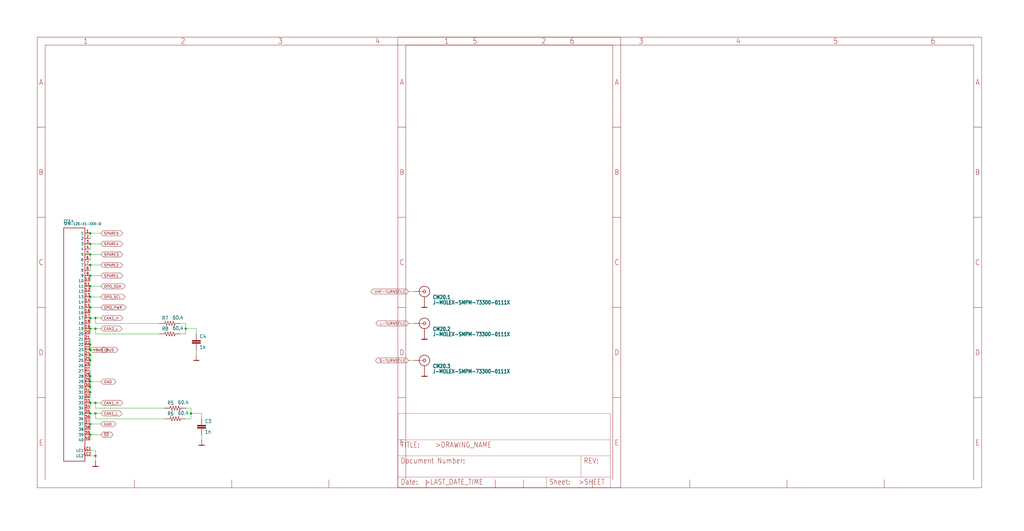
<source format=kicad_sch>
(kicad_sch (version 20211123) (generator eeschema)
  (paper "User" 490.22 254.406)
  (lib_symbols
    (symbol "J-MOLEX-SMPM-73300-0111X_1_1"
      (property "Reference" "CM2.2" (at 3.81 -3.81 0))
      (property "Value" "J-MOLEX-SMPM-73300-0111X_1_1" (at 3.81 -6.35 0))
      (symbol "J-MOLEX-SMPM-73300-0111X_1_1_1_0"
        (polyline (pts (xy -2.54 0) (xy -0.635 0)) (stroke (width 0.1524)))
        (circle (center 0 0) (radius 0.635) (stroke (width 0.254)))
        (circle (center 0 0) (radius 2.54) (stroke (width 0.254)))
        (pin passive line (at 0 -5.08 90) (length 2.54) (name "SHIELD1") (number "GND"))
        (pin passive line (at -5.08 0 0) (length 2.54) (name "RF") (number "RF-DOWN"))
      )
    )
    (symbol "J-MOLEX-SMPM-73300-0111X_1_2"
      (property "Reference" "CM2.2" (at 3.81 -3.81 0))
      (property "Value" "J-MOLEX-SMPM-73300-0111X_1_2" (at 3.81 -6.35 0))
      (symbol "J-MOLEX-SMPM-73300-0111X_1_2_1_0"
        (polyline (pts (xy -2.54 0) (xy -0.635 0)) (stroke (width 0.1524)))
        (circle (center 0 0) (radius 0.635) (stroke (width 0.254)))
        (circle (center 0 0) (radius 2.54) (stroke (width 0.254)))
        (pin passive line (at 0 -5.08 90) (length 2.54) (name "SHIELD1") (number "GND"))
        (pin passive line (at -5.08 0 0) (length 2.54) (name "RF") (number "RF-DOWN"))
      )
    )
    (symbol "oresat-backplane-2u-eagle-import:C-EU0603-C-NOSILK"
      (property "Reference" "C" (at 1.524 0.381 0))
      (property "Value" "C-EU0603-C-NOSILK" (at 1.524 -4.699 0))
      (symbol "C-EU0603-C-NOSILK_1_0"
        (rectangle (start -2.032 -2.032) (end 2.032 -1.524) (fill (type outline)))
        (rectangle (start -2.032 -1.016) (end 2.032 -0.508) (fill (type outline)))
        (polyline (pts (xy 0 -2.54) (xy 0 -2.032)) (stroke (width 0.1524)))
        (polyline (pts (xy 0 0) (xy 0 -0.508)) (stroke (width 0.1524)))
        (pin passive line (at 0 2.54 270) (length 2.54) (name "1") (number "1"))
        (pin passive line (at 0 -5.08 90) (length 2.54) (name "2") (number "2"))
      )
    )
    (symbol "oresat-backplane-2u-eagle-import:FRAME_A_L"
      (symbol "FRAME_A_L_0_0"
        (polyline (pts (xy 0 43.18) (xy 3.81 43.18)))
        (polyline (pts (xy 0 86.36) (xy 3.81 86.36)))
        (polyline (pts (xy 0 129.54) (xy 3.81 129.54)))
        (polyline (pts (xy 0 172.72) (xy 3.81 172.72)))
        (polyline (pts (xy 3.81 3.81) (xy 3.81 212.09)))
        (polyline (pts (xy 46.5667 0) (xy 46.5667 3.81)))
        (polyline (pts (xy 93.1333 0) (xy 93.1333 3.81)))
        (polyline (pts (xy 139.7 0) (xy 139.7 3.81)))
        (polyline (pts (xy 186.2667 0) (xy 186.2667 3.81)))
        (polyline (pts (xy 232.8333 0) (xy 232.8333 3.81)))
        (polyline (pts (xy 275.59 3.81) (xy 275.59 212.09)))
        (polyline (pts (xy 275.59 43.18) (xy 279.4 43.18)))
        (polyline (pts (xy 275.59 86.36) (xy 279.4 86.36)))
        (polyline (pts (xy 275.59 129.54) (xy 279.4 129.54)))
        (polyline (pts (xy 275.59 172.72) (xy 279.4 172.72)))
        (polyline (pts (xy 275.59 212.09) (xy 3.81 212.09)))
        (polyline (pts (xy 0 0) (xy 279.4 0) (xy 279.4 215.9) (xy 0 215.9) (xy 0 0)))
        (text "1" (at 23.2833 213.995 0) (effects (font (size 2.54 2.286))))
        (text "2" (at 69.85 213.995 0) (effects (font (size 2.54 2.286))))
        (text "3" (at 116.4167 213.995 0) (effects (font (size 2.54 2.286))))
        (text "4" (at 162.9833 213.995 0) (effects (font (size 2.54 2.286))))
        (text "5" (at 209.55 213.995 0) (effects (font (size 2.54 2.286))))
        (text "6" (at 256.1167 213.995 0) (effects (font (size 2.54 2.286))))
        (text "A" (at 1.905 194.31 0) (effects (font (size 2.54 2.286))))
        (text "A" (at 277.495 194.31 0) (effects (font (size 2.54 2.286))))
        (text "B" (at 1.905 151.13 0) (effects (font (size 2.54 2.286))))
        (text "B" (at 277.495 151.13 0) (effects (font (size 2.54 2.286))))
        (text "C" (at 1.905 107.95 0) (effects (font (size 2.54 2.286))))
        (text "C" (at 277.495 107.95 0) (effects (font (size 2.54 2.286))))
        (text "D" (at 1.905 64.77 0) (effects (font (size 2.54 2.286))))
        (text "D" (at 277.495 64.77 0) (effects (font (size 2.54 2.286))))
        (text "E" (at 1.905 21.59 0) (effects (font (size 2.54 2.286))))
        (text "E" (at 277.495 21.59 0) (effects (font (size 2.54 2.286))))
      )
      (symbol "FRAME_A_L_2_0"
        (polyline (pts (xy 0 0) (xy 0 5.08)) (stroke (width 0.1016)))
        (polyline (pts (xy 0 0) (xy 71.12 0)) (stroke (width 0.1016)))
        (polyline (pts (xy 0 5.08) (xy 0 15.24)) (stroke (width 0.1016)))
        (polyline (pts (xy 0 5.08) (xy 71.12 5.08)) (stroke (width 0.1016)))
        (polyline (pts (xy 0 15.24) (xy 0 22.86)) (stroke (width 0.1016)))
        (polyline (pts (xy 0 22.86) (xy 0 35.56)) (stroke (width 0.1016)))
        (polyline (pts (xy 0 22.86) (xy 101.6 22.86)) (stroke (width 0.1016)))
        (polyline (pts (xy 71.12 0) (xy 101.6 0)) (stroke (width 0.1016)))
        (polyline (pts (xy 71.12 5.08) (xy 71.12 0)) (stroke (width 0.1016)))
        (polyline (pts (xy 71.12 5.08) (xy 87.63 5.08)) (stroke (width 0.1016)))
        (polyline (pts (xy 87.63 5.08) (xy 101.6 5.08)) (stroke (width 0.1016)))
        (polyline (pts (xy 87.63 15.24) (xy 0 15.24)) (stroke (width 0.1016)))
        (polyline (pts (xy 87.63 15.24) (xy 87.63 5.08)) (stroke (width 0.1016)))
        (polyline (pts (xy 101.6 5.08) (xy 101.6 0)) (stroke (width 0.1016)))
        (polyline (pts (xy 101.6 15.24) (xy 87.63 15.24)) (stroke (width 0.1016)))
        (polyline (pts (xy 101.6 15.24) (xy 101.6 5.08)) (stroke (width 0.1016)))
        (polyline (pts (xy 101.6 22.86) (xy 101.6 15.24)) (stroke (width 0.1016)))
        (polyline (pts (xy 101.6 35.56) (xy 0 35.56)) (stroke (width 0.1016)))
        (polyline (pts (xy 101.6 35.56) (xy 101.6 22.86)) (stroke (width 0.1016)))
        (text ">DRAWING_NAME" (at 17.78 19.05 0) (effects (font (size 2.54 2.159)) (justify left bottom)))
        (text ">LAST_DATE_TIME" (at 12.7 1.27 0) (effects (font (size 2.54 2.159)) (justify left bottom)))
        (text ">SHEET" (at 86.36 1.27 0) (effects (font (size 2.54 2.159)) (justify left bottom)))
        (text "Date:" (at 1.27 1.27 0) (effects (font (size 2.54 2.159)) (justify left bottom)))
        (text "Document Number:" (at 1.27 11.43 0) (effects (font (size 2.54 2.159)) (justify left bottom)))
        (text "REV:" (at 88.9 11.43 0) (effects (font (size 2.54 2.159)) (justify left bottom)))
        (text "Sheet:" (at 72.39 1.27 0) (effects (font (size 2.54 2.159)) (justify left bottom)))
        (text "TITLE:" (at 1.27 19.05 0) (effects (font (size 2.54 2.159)) (justify left bottom)))
      )
    )
    (symbol "oresat-backplane-2u-eagle-import:GND" (power)
      (symbol "GND_1_0"
        (polyline (pts (xy -1.27 -2.54) (xy 1.27 -2.54)) (stroke (width 0.4064)))
        (pin power_in line (at 0 0 270) (length 2.54) (name "GND") (number "1"))
      )
    )
    (symbol "oresat-backplane-2u-eagle-import:R-US_1206-C"
      (property "Reference" "R" (at -3.81 1.4986 0))
      (property "Value" "R-US_1206-C" (at -3.81 -3.302 0))
      (symbol "R-US_1206-C_1_0"
        (polyline (pts (xy -2.54 0) (xy -2.159 1.016)) (stroke (width 0.2032)))
        (polyline (pts (xy -2.159 1.016) (xy -1.524 -1.016)) (stroke (width 0.2032)))
        (polyline (pts (xy -1.524 -1.016) (xy -0.889 1.016)) (stroke (width 0.2032)))
        (polyline (pts (xy -0.889 1.016) (xy -0.254 -1.016)) (stroke (width 0.2032)))
        (polyline (pts (xy -0.254 -1.016) (xy 0.381 1.016)) (stroke (width 0.2032)))
        (polyline (pts (xy 0.381 1.016) (xy 1.016 -1.016)) (stroke (width 0.2032)))
        (polyline (pts (xy 1.016 -1.016) (xy 1.651 1.016)) (stroke (width 0.2032)))
        (polyline (pts (xy 1.651 1.016) (xy 2.286 -1.016)) (stroke (width 0.2032)))
        (polyline (pts (xy 2.286 -1.016) (xy 2.54 0)) (stroke (width 0.2032)))
        (pin passive line (at -5.08 0 0) (length 2.54) (name "1") (number "1"))
        (pin passive line (at 5.08 0 180) (length 2.54) (name "2") (number "2"))
      )
    )
    (symbol "oresat-backplane-2u-eagle-import:SFM-120-X1-XXX-D"
      (property "Reference" "J" (at -2.54 50.8 0))
      (property "Value" "SFM-120-X1-XXX-D" (at -2.54 49.53 0))
      (symbol "SFM-120-X1-XXX-D_1_0"
        (polyline (pts (xy -2.54 -63.5) (xy -2.54 48.26)) (stroke (width 0.254)))
        (polyline (pts (xy -2.54 48.26) (xy 7.62 48.26)) (stroke (width 0.254)))
        (polyline (pts (xy 7.62 -63.5) (xy -2.54 -63.5)) (stroke (width 0.254)))
        (polyline (pts (xy 7.62 48.26) (xy 7.62 -63.5)) (stroke (width 0.254)))
        (pin passive line (at 10.16 45.72 180) (length 2.54) (name "1") (number "1"))
        (pin passive line (at 10.16 22.86 180) (length 2.54) (name "10") (number "10"))
        (pin passive line (at 10.16 20.32 180) (length 2.54) (name "11") (number "11"))
        (pin passive line (at 10.16 17.78 180) (length 2.54) (name "12") (number "12"))
        (pin passive line (at 10.16 15.24 180) (length 2.54) (name "13") (number "13"))
        (pin passive line (at 10.16 12.7 180) (length 2.54) (name "14") (number "14"))
        (pin passive line (at 10.16 10.16 180) (length 2.54) (name "15") (number "15"))
        (pin passive line (at 10.16 7.62 180) (length 2.54) (name "16") (number "16"))
        (pin passive line (at 10.16 5.08 180) (length 2.54) (name "17") (number "17"))
        (pin passive line (at 10.16 2.54 180) (length 2.54) (name "18") (number "18"))
        (pin passive line (at 10.16 0 180) (length 2.54) (name "19") (number "19"))
        (pin passive line (at 10.16 43.18 180) (length 2.54) (name "2") (number "2"))
        (pin passive line (at 10.16 -2.54 180) (length 2.54) (name "20") (number "20"))
        (pin passive line (at 10.16 -5.08 180) (length 2.54) (name "21") (number "21"))
        (pin passive line (at 10.16 -7.62 180) (length 2.54) (name "22") (number "22"))
        (pin passive line (at 10.16 -10.16 180) (length 2.54) (name "23") (number "23"))
        (pin passive line (at 10.16 -12.7 180) (length 2.54) (name "24") (number "24"))
        (pin passive line (at 10.16 -15.24 180) (length 2.54) (name "25") (number "25"))
        (pin passive line (at 10.16 -17.78 180) (length 2.54) (name "26") (number "26"))
        (pin passive line (at 10.16 -20.32 180) (length 2.54) (name "27") (number "27"))
        (pin passive line (at 10.16 -22.86 180) (length 2.54) (name "28") (number "28"))
        (pin passive line (at 10.16 -25.4 180) (length 2.54) (name "29") (number "29"))
        (pin passive line (at 10.16 40.64 180) (length 2.54) (name "3") (number "3"))
        (pin passive line (at 10.16 -27.94 180) (length 2.54) (name "30") (number "30"))
        (pin passive line (at 10.16 -30.48 180) (length 2.54) (name "31") (number "31"))
        (pin passive line (at 10.16 -33.02 180) (length 2.54) (name "32") (number "32"))
        (pin passive line (at 10.16 -35.56 180) (length 2.54) (name "33") (number "33"))
        (pin passive line (at 10.16 -38.1 180) (length 2.54) (name "34") (number "34"))
        (pin passive line (at 10.16 -40.64 180) (length 2.54) (name "35") (number "35"))
        (pin passive line (at 10.16 -43.18 180) (length 2.54) (name "36") (number "36"))
        (pin passive line (at 10.16 -45.72 180) (length 2.54) (name "37") (number "37"))
        (pin passive line (at 10.16 -48.26 180) (length 2.54) (name "38") (number "38"))
        (pin passive line (at 10.16 -50.8 180) (length 2.54) (name "39") (number "39"))
        (pin passive line (at 10.16 38.1 180) (length 2.54) (name "4") (number "4"))
        (pin passive line (at 10.16 -53.34 180) (length 2.54) (name "40") (number "40"))
        (pin passive line (at 10.16 35.56 180) (length 2.54) (name "5") (number "5"))
        (pin passive line (at 10.16 33.02 180) (length 2.54) (name "6") (number "6"))
        (pin passive line (at 10.16 30.48 180) (length 2.54) (name "7") (number "7"))
        (pin passive line (at 10.16 27.94 180) (length 2.54) (name "8") (number "8"))
        (pin passive line (at 10.16 25.4 180) (length 2.54) (name "9") (number "9"))
        (pin passive line (at 10.16 -58.42 180) (length 2.54) (name "LC1") (number "LC1"))
        (pin passive line (at 10.16 -60.96 180) (length 2.54) (name "LC2") (number "LC2"))
      )
    )
    (symbol "oresat-symbols:J-MOLEX-SMPM-73300-0111X_1"
      (property "Reference" "CM2.2" (at 3.81 -3.81 0))
      (property "Value" "J-MOLEX-SMPM-73300-0111X_1" (at 3.81 -6.35 0))
      (symbol "J-MOLEX-SMPM-73300-0111X_1_1_0"
        (polyline (pts (xy -2.54 0) (xy -0.635 0)) (stroke (width 0.1524)))
        (circle (center 0 0) (radius 0.635) (stroke (width 0.254)))
        (circle (center 0 0) (radius 2.54) (stroke (width 0.254)))
        (pin passive line (at 0 -5.08 90) (length 2.54) (name "SHIELD1") (number "GND"))
        (pin passive line (at -5.08 0 0) (length 2.54) (name "RF") (number "RF-DOWN"))
      )
    )
  )
  (junction (at 43.18 203.2))
  (junction (at 43.18 116.84))
  (junction (at 43.18 170.18))
  (junction (at 43.18 127))
  (junction (at 43.18 165.1))
  (junction (at 91.44 198.12))
  (junction (at 43.18 132.08))
  (junction (at 43.18 182.88))
  (junction (at 43.18 137.16))
  (junction (at 43.18 147.32))
  (junction (at 43.18 167.64))
  (junction (at 43.18 152.4))
  (junction (at 43.18 193.04))
  (junction (at 43.18 187.96))
  (junction (at 45.72 152.4))
  (junction (at 43.18 180.34))
  (junction (at 45.72 218.44))
  (junction (at 43.18 198.12))
  (junction (at 45.72 198.12))
  (junction (at 43.18 157.48))
  (junction (at 43.18 121.92))
  (junction (at 43.18 185.42))
  (junction (at 88.9 157.48))
  (junction (at 43.18 142.24))
  (junction (at 43.18 111.76))
  (junction (at 45.72 157.48))
  (junction (at 43.18 172.72))
  (junction (at 43.18 208.28))
  (junction (at 45.72 193.04))
  (wire (pts (xy 45.72 215.9) (xy 45.72 218.44)))
  (wire (pts (xy 91.44 195.58) (xy 91.44 198.12)))
  (wire (pts (xy 43.18 182.88) (xy 43.18 180.34)))
  (wire (pts (xy 43.18 121.92) (xy 43.18 124.46)))
  (wire (pts (xy 43.18 127) (xy 43.18 129.54)))
  (wire (pts (xy 45.72 200.66) (xy 45.72 198.12)))
  (wire (pts (xy 43.18 218.44) (xy 45.72 218.44)))
  (wire (pts (xy 43.18 167.64) (xy 43.18 165.1)))
  (wire (pts (xy 43.18 152.4) (xy 43.18 154.94)))
  (wire (pts (xy 91.44 198.12) (xy 91.44 200.66)))
  (wire (pts (xy 48.26 147.32) (xy 43.18 147.32)))
  (wire (pts (xy 43.18 203.2) (xy 43.18 205.74)))
  (wire (pts (xy 86.36 154.94) (xy 88.9 154.94)))
  (wire (pts (xy 45.72 154.94) (xy 76.2 154.94)))
  (wire (pts (xy 45.72 195.58) (xy 45.72 193.04)))
  (wire (pts (xy 43.18 147.32) (xy 43.18 149.86)))
  (wire (pts (xy 45.72 152.4) (xy 43.18 152.4)))
  (wire (pts (xy 93.98 167.64) (xy 93.98 170.18)))
  (wire (pts (xy 88.9 160.02) (xy 86.36 160.02)))
  (wire (pts (xy 88.9 157.48) (xy 93.98 157.48)))
  (wire (pts (xy 45.72 157.48) (xy 43.18 157.48)))
  (wire (pts (xy 48.26 182.88) (xy 43.18 182.88)))
  (wire (pts (xy 43.18 142.24) (xy 43.18 144.78)))
  (wire (pts (xy 48.26 157.48) (xy 45.72 157.48)))
  (wire (pts (xy 43.18 198.12) (xy 43.18 200.66)))
  (wire (pts (xy 43.18 132.08) (xy 43.18 134.62)))
  (wire (pts (xy 91.44 200.66) (xy 88.9 200.66)))
  (wire (pts (xy 48.26 132.08) (xy 43.18 132.08)))
  (wire (pts (xy 43.18 172.72) (xy 43.18 175.26)))
  (wire (pts (xy 96.52 208.28) (xy 96.52 210.82)))
  (wire (pts (xy 43.18 215.9) (xy 45.72 215.9)))
  (wire (pts (xy 48.26 152.4) (xy 45.72 152.4)))
  (wire (pts (xy 48.26 203.2) (xy 43.18 203.2)))
  (wire (pts (xy 43.18 116.84) (xy 48.26 116.84)))
  (wire (pts (xy 43.18 185.42) (xy 43.18 187.96)))
  (wire (pts (xy 48.26 193.04) (xy 45.72 193.04)))
  (wire (pts (xy 43.18 182.88) (xy 43.18 185.42)))
  (wire (pts (xy 91.44 198.12) (xy 96.52 198.12)))
  (wire (pts (xy 88.9 157.48) (xy 88.9 160.02)))
  (wire (pts (xy 43.18 180.34) (xy 43.18 177.8)))
  (wire (pts (xy 43.18 137.16) (xy 43.18 139.7)))
  (wire (pts (xy 48.26 167.64) (xy 43.18 167.64)))
  (wire (pts (xy 43.18 172.72) (xy 43.18 170.18)))
  (wire (pts (xy 96.52 200.66) (xy 96.52 198.12)))
  (wire (pts (xy 43.18 165.1) (xy 43.18 162.56)))
  (wire (pts (xy 198.12 172.72) (xy 195.58 172.72)))
  (wire (pts (xy 48.26 127) (xy 43.18 127)))
  (wire (pts (xy 45.72 160.02) (xy 45.72 157.48)))
  (wire (pts (xy 198.12 154.94) (xy 195.58 154.94)))
  (wire (pts (xy 48.26 208.28) (xy 43.18 208.28)))
  (wire (pts (xy 48.26 142.24) (xy 43.18 142.24)))
  (wire (pts (xy 48.26 198.12) (xy 45.72 198.12)))
  (wire (pts (xy 43.18 170.18) (xy 43.18 167.64)))
  (wire (pts (xy 45.72 198.12) (xy 43.18 198.12)))
  (wire (pts (xy 48.26 137.16) (xy 43.18 137.16)))
  (wire (pts (xy 88.9 154.94) (xy 88.9 157.48)))
  (wire (pts (xy 45.72 160.02) (xy 76.2 160.02)))
  (wire (pts (xy 78.74 200.66) (xy 45.72 200.66)))
  (wire (pts (xy 45.72 154.94) (xy 45.72 152.4)))
  (wire (pts (xy 198.12 139.7) (xy 195.58 139.7)))
  (wire (pts (xy 43.18 208.28) (xy 43.18 210.82)))
  (wire (pts (xy 43.18 121.92) (xy 48.26 121.92)))
  (wire (pts (xy 43.18 193.04) (xy 43.18 195.58)))
  (wire (pts (xy 93.98 157.48) (xy 93.98 160.02)))
  (wire (pts (xy 43.18 157.48) (xy 43.18 160.02)))
  (wire (pts (xy 43.18 111.76) (xy 43.18 114.3)))
  (wire (pts (xy 43.18 111.76) (xy 48.26 111.76)))
  (wire (pts (xy 45.72 218.44) (xy 45.72 220.98)))
  (wire (pts (xy 45.72 193.04) (xy 43.18 193.04)))
  (wire (pts (xy 88.9 195.58) (xy 91.44 195.58)))
  (wire (pts (xy 43.18 187.96) (xy 43.18 190.5)))
  (wire (pts (xy 78.74 195.58) (xy 45.72 195.58)))
  (wire (pts (xy 43.18 116.84) (xy 43.18 119.38)))
  (global_label "SPARE4" (shape bidirectional) (at 48.26 116.84 0) (effects (font (size 1.2446 1.2446))) (property "Intersheet References" "${INTERSHEET_REFS}" (effects hide)))
  (global_label "GND" (shape bidirectional) (at 48.26 182.88 0) (effects (font (size 1.2446 1.2446))) (property "Intersheet References" "${INTERSHEET_REFS}" (effects hide)))
  (global_label "OPD_PWR" (shape bidirectional) (at 48.26 147.32 0) (effects (font (size 1.2446 1.2446))) (property "Intersheet References" "${INTERSHEET_REFS}" (effects hide)))
  (global_label "CAN1_L" (shape bidirectional) (at 48.26 198.12 0) (effects (font (size 1.2446 1.2446))) (property "Intersheet References" "${INTERSHEET_REFS}" (effects hide)))
  (global_label "VBUS" (shape bidirectional) (at 48.26 167.64 0) (effects (font (size 1.2446 1.2446))) (property "Intersheet References" "${INTERSHEET_REFS}" (effects hide)))
  (global_label "~{SD}" (shape bidirectional) (at 48.26 208.28 0) (effects (font (size 1.2446 1.2446))) (property "Intersheet References" "${INTERSHEET_REFS}" (effects hide)))
  (global_label "OPD_SCL" (shape bidirectional) (at 48.26 142.24 0) (effects (font (size 1.2446 1.2446))) (property "Intersheet References" "${INTERSHEET_REFS}" (effects hide)))
  (global_label "SPARE2" (shape bidirectional) (at 48.26 127 0) (effects (font (size 1.2446 1.2446))) (property "Intersheet References" "${INTERSHEET_REFS}" (effects hide)))
  (global_label "L-TURNSTILE" (shape bidirectional) (at 195.58 154.94 180) (effects (font (size 1.2446 1.2446))) (property "Intersheet References" "${INTERSHEET_REFS}" (effects hide)))
  (global_label "SPARE1" (shape bidirectional) (at 48.26 132.08 0) (effects (font (size 1.2446 1.2446))) (property "Intersheet References" "${INTERSHEET_REFS}" (effects hide)))
  (global_label "CAN2_H" (shape bidirectional) (at 48.26 152.4 0) (effects (font (size 1.2446 1.2446))) (property "Intersheet References" "${INTERSHEET_REFS}" (effects hide)))
  (global_label "VBUS" (shape bidirectional) (at 43.18 167.64 0) (effects (font (size 1.2446 1.2446))) (property "Intersheet References" "${INTERSHEET_REFS}" (effects hide)))
  (global_label "S-TURNSTILE" (shape bidirectional) (at 195.58 172.72 180) (effects (font (size 1.2446 1.2446))) (property "Intersheet References" "${INTERSHEET_REFS}" (effects hide)))
  (global_label "CAN1_H" (shape bidirectional) (at 48.26 193.04 0) (effects (font (size 1.2446 1.2446))) (property "Intersheet References" "${INTERSHEET_REFS}" (effects hide)))
  (global_label "CAN2_L" (shape bidirectional) (at 48.26 157.48 0) (effects (font (size 1.2446 1.2446))) (property "Intersheet References" "${INTERSHEET_REFS}" (effects hide)))
  (global_label "SPARE3" (shape bidirectional) (at 48.26 121.92 0) (effects (font (size 1.2446 1.2446))) (property "Intersheet References" "${INTERSHEET_REFS}" (effects hide)))
  (global_label "GND" (shape bidirectional) (at 48.26 203.2 0) (effects (font (size 1.2446 1.2446))) (property "Intersheet References" "${INTERSHEET_REFS}" (effects hide)))
  (global_label "VHF-TURNSTILE" (shape bidirectional) (at 195.58 139.7 180) (effects (font (size 1.2446 1.2446))) (property "Intersheet References" "${INTERSHEET_REFS}" (effects hide)))
  (global_label "SPARE5" (shape bidirectional) (at 48.26 111.76 0) (effects (font (size 1.2446 1.2446))) (property "Intersheet References" "${INTERSHEET_REFS}" (effects hide)))
  (global_label "OPD_SDA" (shape bidirectional) (at 48.26 137.16 0) (effects (font (size 1.2446 1.2446))) (property "Intersheet References" "${INTERSHEET_REFS}" (effects hide)))
  (symbol (lib_id "oresat-backplane-2u-eagle-import:R-US_1206-C") (at 81.28 154.94 0) (unit 1)
    (property "Reference" "R7" (at 77.47 153.4414 0) (effects (font (size 1.778 1.5113)) (justify left bottom)))
    (property "Value" "60.4" (at 82.55 153.162 0) (effects (font (size 1.778 1.5113)) (justify left bottom)))
    (property "Footprint" "oresat-backplane-2u:1206-C" (effects hide))
  )
  (symbol (lib_id "oresat-backplane-2u-eagle-import:C-EU0603-C-NOSILK") (at 96.52 203.2 0) (unit 1)
    (property "Reference" "C3" (at 98.044 202.819 0) (effects (font (size 1.778 1.5113)) (justify left bottom)))
    (property "Value" "1n" (at 98.044 207.899 0) (effects (font (size 1.778 1.5113)) (justify left bottom)))
    (property "Footprint" "oresat-backplane-2u:.0603-C-NOSILK" (effects hide))
  )
  (symbol (lib_name "J-MOLEX-SMPM-73300-0111X_1_1") (lib_id "oresat-symbols:J-MOLEX-SMPM-73300-0111X_1") (at 203.2 139.7 0) (unit 1)
    (property "Reference" "CM20.1" (at 207.01 143.51 0) (effects (font (size 1.778 1.5113) bold) (justify left bottom)))
    (property "Value" "J-MOLEX-SMPM-73300-0111X" (at 207.01 146.05 0) (effects (font (size 1.778 1.5113) bold) (justify left bottom)))
    (property "Footprint" "oresat-footprints:J-MOLEX-SMPM-73300-0111X-long" (effects hide))
  )
  (symbol (lib_id "oresat-backplane-2u-eagle-import:GND") (at 203.2 144.78 0) (unit 1)
    (property "Reference" "#GND06" (effects hide))
    (property "Value" "GND" (effects hide))
    (property "Footprint" "oresat-backplane-2u:" (effects hide))
  )
  (symbol (lib_id "oresat-backplane-2u-eagle-import:GND") (at 203.2 177.8 0) (unit 1)
    (property "Reference" "#GND01" (effects hide))
    (property "Value" "GND" (effects hide))
    (property "Footprint" "oresat-backplane-2u:" (effects hide))
  )
  (symbol (lib_id "oresat-symbols:J-MOLEX-SMPM-73300-0111X_1") (at 203.2 154.94 0) (unit 1)
    (property "Reference" "CM20.2" (at 207.01 158.75 0) (effects (font (size 1.778 1.5113) bold) (justify left bottom)))
    (property "Value" "J-MOLEX-SMPM-73300-0111X" (at 207.01 161.29 0) (effects (font (size 1.778 1.5113) bold) (justify left bottom)))
    (property "Footprint" "oresat-footprints:J-MOLEX-SMPM-73300-0111X-long" (effects hide))
  )
  (symbol (lib_id "oresat-backplane-2u-eagle-import:FRAME_A_L") (at 190.5 233.68 0) (unit 2)
    (property "Reference" "#FRAME1" (effects hide))
    (property "Value" "FRAME_A_L" (effects hide))
    (property "Footprint" "oresat-backplane-2u:" (effects hide))
  )
  (symbol (lib_id "oresat-backplane-2u-eagle-import:R-US_1206-C") (at 81.28 160.02 0) (unit 1)
    (property "Reference" "R8" (at 77.47 158.5214 0) (effects (font (size 1.778 1.5113)) (justify left bottom)))
    (property "Value" "60.4" (at 82.55 158.242 0) (effects (font (size 1.778 1.5113)) (justify left bottom)))
    (property "Footprint" "oresat-backplane-2u:1206-C" (effects hide))
  )
  (symbol (lib_id "oresat-backplane-2u-eagle-import:SFM-120-X1-XXX-D") (at 33.02 157.48 0) (unit 1)
    (property "Reference" "CF2.4" (at 30.48 106.68 0) (effects (font (size 1.27 1.0795)) (justify left bottom)))
    (property "Value" "SFM-120-X1-XXX-D" (at 30.48 107.95 0) (effects (font (size 1.27 1.0795)) (justify left bottom)))
    (property "Footprint" "oresat-backplane-2u:SFM-120-X1-XXX-D" (effects hide))
  )
  (symbol (lib_id "oresat-backplane-2u-eagle-import:GND") (at 96.52 210.82 0) (unit 1)
    (property "Reference" "#GND020" (effects hide))
    (property "Value" "GND" (effects hide))
    (property "Footprint" "oresat-backplane-2u:" (effects hide))
  )
  (symbol (lib_name "J-MOLEX-SMPM-73300-0111X_1_2") (lib_id "oresat-symbols:J-MOLEX-SMPM-73300-0111X_1") (at 203.2 172.72 0) (unit 1)
    (property "Reference" "CM20.3" (at 207.01 176.53 0) (effects (font (size 1.778 1.5113) bold) (justify left bottom)))
    (property "Value" "J-MOLEX-SMPM-73300-0111X" (at 207.01 179.07 0) (effects (font (size 1.778 1.5113) bold) (justify left bottom)))
    (property "Footprint" "oresat-footprints:J-MOLEX-SMPM-73300-0111X-long" (effects hide))
  )
  (symbol (lib_id "oresat-backplane-2u-eagle-import:FRAME_A_L") (at 17.78 233.68 0) (unit 1)
    (property "Reference" "#FRAME1" (effects hide))
    (property "Value" "FRAME_A_L" (effects hide))
    (property "Footprint" "oresat-backplane-2u:" (effects hide))
  )
  (symbol (lib_id "oresat-backplane-2u-eagle-import:GND") (at 45.72 220.98 0) (unit 1)
    (property "Reference" "#GND03" (effects hide))
    (property "Value" "GND" (effects hide))
    (property "Footprint" "oresat-backplane-2u:" (effects hide))
  )
  (symbol (lib_id "oresat-backplane-2u-eagle-import:R-US_1206-C") (at 83.82 200.66 0) (unit 1)
    (property "Reference" "R6" (at 80.01 199.1614 0) (effects (font (size 1.778 1.5113)) (justify left bottom)))
    (property "Value" "60.4" (at 85.09 198.882 0) (effects (font (size 1.778 1.5113)) (justify left bottom)))
    (property "Footprint" "oresat-backplane-2u:1206-C" (effects hide))
  )
  (symbol (lib_id "oresat-backplane-2u-eagle-import:GND") (at 203.2 160.02 0) (unit 1)
    (property "Reference" "#GND05" (effects hide))
    (property "Value" "GND" (effects hide))
    (property "Footprint" "oresat-backplane-2u:" (effects hide))
  )
  (symbol (lib_id "oresat-backplane-2u-eagle-import:GND") (at 93.98 170.18 0) (unit 1)
    (property "Reference" "#GND018" (effects hide))
    (property "Value" "GND" (effects hide))
    (property "Footprint" "oresat-backplane-2u:" (effects hide))
  )
  (symbol (lib_id "oresat-backplane-2u-eagle-import:C-EU0603-C-NOSILK") (at 93.98 162.56 0) (unit 1)
    (property "Reference" "C4" (at 95.504 162.179 0) (effects (font (size 1.778 1.5113)) (justify left bottom)))
    (property "Value" "1n" (at 95.504 167.259 0) (effects (font (size 1.778 1.5113)) (justify left bottom)))
    (property "Footprint" "oresat-backplane-2u:.0603-C-NOSILK" (effects hide))
  )
  (symbol (lib_id "oresat-backplane-2u-eagle-import:R-US_1206-C") (at 83.82 195.58 0) (unit 1)
    (property "Reference" "R5" (at 80.01 194.0814 0) (effects (font (size 1.778 1.5113)) (justify left bottom)))
    (property "Value" "60.4" (at 85.09 193.802 0) (effects (font (size 1.778 1.5113)) (justify left bottom)))
    (property "Footprint" "oresat-backplane-2u:1206-C" (effects hide))
  )
)
</source>
